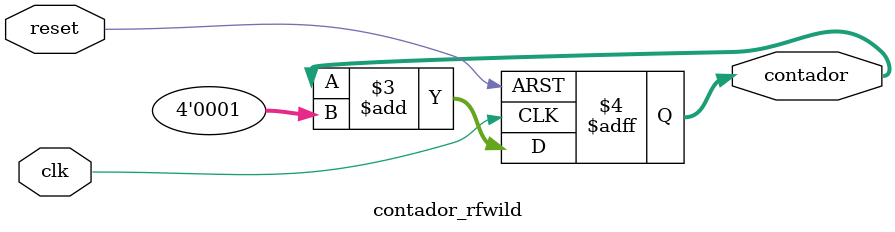
<source format=sv>
`timescale 1ns/1ps
module contador_rfwild(input clk,input reset, output logic [3:0] contador);

always_ff @(posedge clk or negedge reset)
  if (~reset)
    contador<=4'd0;
  else
    contador<=contador+4'd1;

endmodule 



</source>
